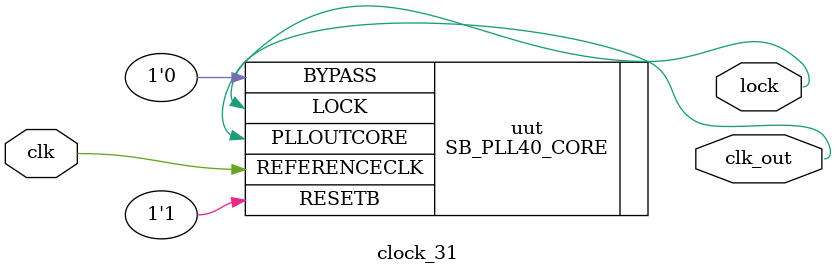
<source format=v>
module clock_31 (
  input wire clk,
  output wire clk_out,
  output wire lock
);
  SB_PLL40_CORE #(.FEEDBACK_PATH("SIMPLE"),
    .PLLOUT_SELECT("GENCLK"),
    .DIVR(4'b0000),
    .DIVF(7'b1010010),
    .DIVQ(3'b101),
    .FILTER_RANGE(3'b001)
  ) uut (
    .REFERENCECLK(clk),
    .PLLOUTCORE(clk_out),
    .LOCK(lock),
    .RESETB(1'b1),
    .BYPASS(1'b0)
  );

endmodule

</source>
